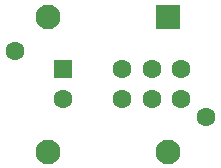
<source format=gbl>
G04 #@! TF.GenerationSoftware,KiCad,Pcbnew,6.0.1-79c1e3a40b~116~ubuntu20.04.1*
G04 #@! TF.CreationDate,2022-01-29T17:03:47-05:00*
G04 #@! TF.ProjectId,herovco_switch,6865726f-7663-46f5-9f73-77697463682e,rev?*
G04 #@! TF.SameCoordinates,Original*
G04 #@! TF.FileFunction,Copper,L2,Bot*
G04 #@! TF.FilePolarity,Positive*
%FSLAX46Y46*%
G04 Gerber Fmt 4.6, Leading zero omitted, Abs format (unit mm)*
G04 Created by KiCad (PCBNEW 6.0.1-79c1e3a40b~116~ubuntu20.04.1) date 2022-01-29 17:03:47*
%MOMM*%
%LPD*%
G01*
G04 APERTURE LIST*
G04 Aperture macros list*
%AMRoundRect*
0 Rectangle with rounded corners*
0 $1 Rounding radius*
0 $2 $3 $4 $5 $6 $7 $8 $9 X,Y pos of 4 corners*
0 Add a 4 corners polygon primitive as box body*
4,1,4,$2,$3,$4,$5,$6,$7,$8,$9,$2,$3,0*
0 Add four circle primitives for the rounded corners*
1,1,$1+$1,$2,$3*
1,1,$1+$1,$4,$5*
1,1,$1+$1,$6,$7*
1,1,$1+$1,$8,$9*
0 Add four rect primitives between the rounded corners*
20,1,$1+$1,$2,$3,$4,$5,0*
20,1,$1+$1,$4,$5,$6,$7,0*
20,1,$1+$1,$6,$7,$8,$9,0*
20,1,$1+$1,$8,$9,$2,$3,0*%
G04 Aperture macros list end*
G04 #@! TA.AperFunction,ComponentPad*
%ADD10RoundRect,0.250001X-0.799999X-0.799999X0.799999X-0.799999X0.799999X0.799999X-0.799999X0.799999X0*%
G04 #@! TD*
G04 #@! TA.AperFunction,ComponentPad*
%ADD11C,2.100000*%
G04 #@! TD*
G04 #@! TA.AperFunction,WasherPad*
%ADD12C,1.600000*%
G04 #@! TD*
G04 #@! TA.AperFunction,ComponentPad*
%ADD13R,1.600000X1.600000*%
G04 #@! TD*
G04 #@! TA.AperFunction,ComponentPad*
%ADD14C,1.600000*%
G04 #@! TD*
G04 APERTURE END LIST*
D10*
G04 #@! TO.P,J13,1,Pin_1*
G04 #@! TO.N,Board_0-/Octave and sync switches/SYNCA_P*
X153228200Y-92325400D03*
G04 #@! TD*
D11*
G04 #@! TO.P,J14,1,Pin_1*
G04 #@! TO.N,Board_0-/Octave and sync switches/SOFT_SYNCA_P*
X153228200Y-103755400D03*
G04 #@! TD*
G04 #@! TO.P,J16,1,Pin_1*
G04 #@! TO.N,Board_0-/Octave and sync switches/HARD_SYNCA_P*
X143068200Y-92325400D03*
G04 #@! TD*
G04 #@! TO.P,J15,1,Pin_1*
G04 #@! TO.N,Board_0-/Octave and sync switches/SOFT_SYNC_OFF_P*
X143068200Y-103755400D03*
G04 #@! TD*
D12*
G04 #@! TO.P,SW2,*
G04 #@! TO.N,*
X156438200Y-100820400D03*
X140238200Y-95220400D03*
D13*
G04 #@! TO.P,SW2,1,1*
G04 #@! TO.N,Board_0-/Octave and sync switches/HARD_SYNCA_P*
X144338200Y-96770400D03*
D14*
G04 #@! TO.P,SW2,2,2*
G04 #@! TO.N,Board_0-/Octave and sync switches/SYNCA_P*
X149338200Y-96770400D03*
G04 #@! TO.P,SW2,3,3*
G04 #@! TO.N,Board_0-unconnected-(SW2-Pad3)*
X151838200Y-96770400D03*
G04 #@! TO.P,SW2,4,4*
G04 #@! TO.N,Board_0-/Octave and sync switches/SOFT_SYNCA_P*
X154338200Y-96770400D03*
G04 #@! TO.P,SW2,5,5*
G04 #@! TO.N,Board_0-/Octave and sync switches/SOFT_SYNC_OFF_P*
X144338200Y-99270400D03*
G04 #@! TO.P,SW2,6,6*
G04 #@! TO.N,Board_0-/Octave and sync switches/SOFT_SYNCA_P*
X149338200Y-99270400D03*
G04 #@! TO.P,SW2,7,7*
G04 #@! TO.N,Board_0-/Octave and sync switches/SOFT_SYNC_OFF_P*
X151838200Y-99270400D03*
G04 #@! TO.P,SW2,8,8*
G04 #@! TO.N,Board_0-unconnected-(SW2-Pad8)*
X154338200Y-99270400D03*
G04 #@! TD*
M02*

</source>
